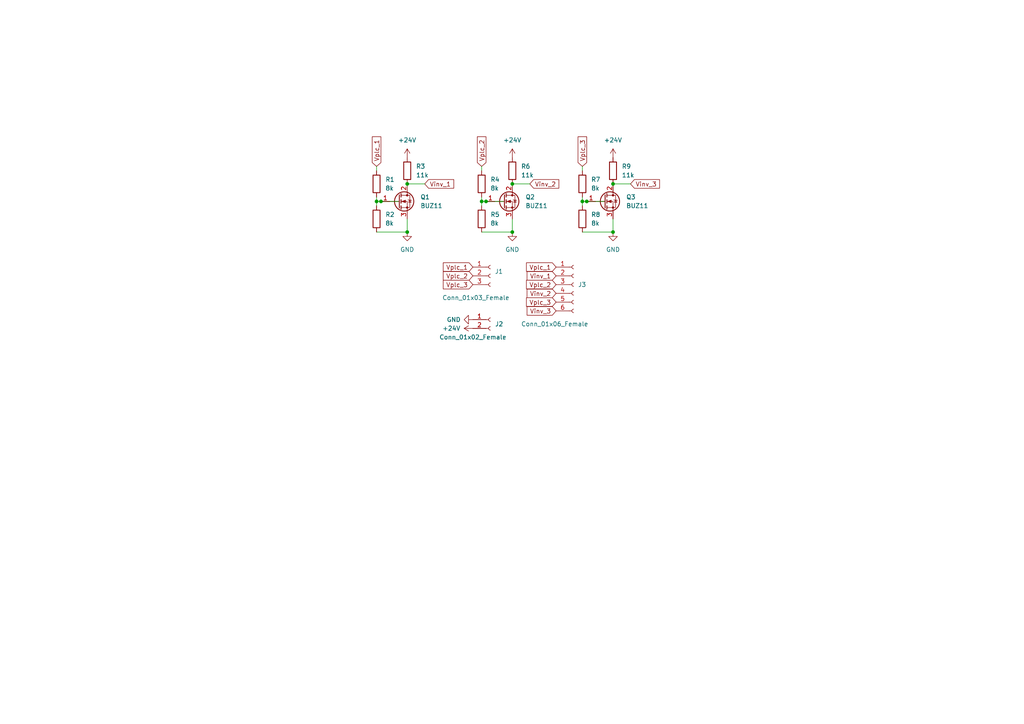
<source format=kicad_sch>
(kicad_sch (version 20211123) (generator eeschema)

  (uuid e63e39d7-6ac0-4ffd-8aa3-1841a4541b55)

  (paper "A4")

  (lib_symbols
    (symbol "Connector:Conn_01x02_Female" (pin_names (offset 1.016) hide) (in_bom yes) (on_board yes)
      (property "Reference" "J" (id 0) (at 0 2.54 0)
        (effects (font (size 1.27 1.27)))
      )
      (property "Value" "Conn_01x02_Female" (id 1) (at 0 -5.08 0)
        (effects (font (size 1.27 1.27)))
      )
      (property "Footprint" "" (id 2) (at 0 0 0)
        (effects (font (size 1.27 1.27)) hide)
      )
      (property "Datasheet" "~" (id 3) (at 0 0 0)
        (effects (font (size 1.27 1.27)) hide)
      )
      (property "ki_keywords" "connector" (id 4) (at 0 0 0)
        (effects (font (size 1.27 1.27)) hide)
      )
      (property "ki_description" "Generic connector, single row, 01x02, script generated (kicad-library-utils/schlib/autogen/connector/)" (id 5) (at 0 0 0)
        (effects (font (size 1.27 1.27)) hide)
      )
      (property "ki_fp_filters" "Connector*:*_1x??_*" (id 6) (at 0 0 0)
        (effects (font (size 1.27 1.27)) hide)
      )
      (symbol "Conn_01x02_Female_1_1"
        (arc (start 0 -2.032) (mid -0.508 -2.54) (end 0 -3.048)
          (stroke (width 0.1524) (type default) (color 0 0 0 0))
          (fill (type none))
        )
        (polyline
          (pts
            (xy -1.27 -2.54)
            (xy -0.508 -2.54)
          )
          (stroke (width 0.1524) (type default) (color 0 0 0 0))
          (fill (type none))
        )
        (polyline
          (pts
            (xy -1.27 0)
            (xy -0.508 0)
          )
          (stroke (width 0.1524) (type default) (color 0 0 0 0))
          (fill (type none))
        )
        (arc (start 0 0.508) (mid -0.508 0) (end 0 -0.508)
          (stroke (width 0.1524) (type default) (color 0 0 0 0))
          (fill (type none))
        )
        (pin passive line (at -5.08 0 0) (length 3.81)
          (name "Pin_1" (effects (font (size 1.27 1.27))))
          (number "1" (effects (font (size 1.27 1.27))))
        )
        (pin passive line (at -5.08 -2.54 0) (length 3.81)
          (name "Pin_2" (effects (font (size 1.27 1.27))))
          (number "2" (effects (font (size 1.27 1.27))))
        )
      )
    )
    (symbol "Connector:Conn_01x03_Female" (pin_names (offset 1.016) hide) (in_bom yes) (on_board yes)
      (property "Reference" "J" (id 0) (at 0 5.08 0)
        (effects (font (size 1.27 1.27)))
      )
      (property "Value" "Conn_01x03_Female" (id 1) (at 0 -5.08 0)
        (effects (font (size 1.27 1.27)))
      )
      (property "Footprint" "" (id 2) (at 0 0 0)
        (effects (font (size 1.27 1.27)) hide)
      )
      (property "Datasheet" "~" (id 3) (at 0 0 0)
        (effects (font (size 1.27 1.27)) hide)
      )
      (property "ki_keywords" "connector" (id 4) (at 0 0 0)
        (effects (font (size 1.27 1.27)) hide)
      )
      (property "ki_description" "Generic connector, single row, 01x03, script generated (kicad-library-utils/schlib/autogen/connector/)" (id 5) (at 0 0 0)
        (effects (font (size 1.27 1.27)) hide)
      )
      (property "ki_fp_filters" "Connector*:*_1x??_*" (id 6) (at 0 0 0)
        (effects (font (size 1.27 1.27)) hide)
      )
      (symbol "Conn_01x03_Female_1_1"
        (arc (start 0 -2.032) (mid -0.508 -2.54) (end 0 -3.048)
          (stroke (width 0.1524) (type default) (color 0 0 0 0))
          (fill (type none))
        )
        (polyline
          (pts
            (xy -1.27 -2.54)
            (xy -0.508 -2.54)
          )
          (stroke (width 0.1524) (type default) (color 0 0 0 0))
          (fill (type none))
        )
        (polyline
          (pts
            (xy -1.27 0)
            (xy -0.508 0)
          )
          (stroke (width 0.1524) (type default) (color 0 0 0 0))
          (fill (type none))
        )
        (polyline
          (pts
            (xy -1.27 2.54)
            (xy -0.508 2.54)
          )
          (stroke (width 0.1524) (type default) (color 0 0 0 0))
          (fill (type none))
        )
        (arc (start 0 0.508) (mid -0.508 0) (end 0 -0.508)
          (stroke (width 0.1524) (type default) (color 0 0 0 0))
          (fill (type none))
        )
        (arc (start 0 3.048) (mid -0.508 2.54) (end 0 2.032)
          (stroke (width 0.1524) (type default) (color 0 0 0 0))
          (fill (type none))
        )
        (pin passive line (at -5.08 2.54 0) (length 3.81)
          (name "Pin_1" (effects (font (size 1.27 1.27))))
          (number "1" (effects (font (size 1.27 1.27))))
        )
        (pin passive line (at -5.08 0 0) (length 3.81)
          (name "Pin_2" (effects (font (size 1.27 1.27))))
          (number "2" (effects (font (size 1.27 1.27))))
        )
        (pin passive line (at -5.08 -2.54 0) (length 3.81)
          (name "Pin_3" (effects (font (size 1.27 1.27))))
          (number "3" (effects (font (size 1.27 1.27))))
        )
      )
    )
    (symbol "Connector:Conn_01x06_Female" (pin_names (offset 1.016) hide) (in_bom yes) (on_board yes)
      (property "Reference" "J" (id 0) (at 0 7.62 0)
        (effects (font (size 1.27 1.27)))
      )
      (property "Value" "Conn_01x06_Female" (id 1) (at 0 -10.16 0)
        (effects (font (size 1.27 1.27)))
      )
      (property "Footprint" "" (id 2) (at 0 0 0)
        (effects (font (size 1.27 1.27)) hide)
      )
      (property "Datasheet" "~" (id 3) (at 0 0 0)
        (effects (font (size 1.27 1.27)) hide)
      )
      (property "ki_keywords" "connector" (id 4) (at 0 0 0)
        (effects (font (size 1.27 1.27)) hide)
      )
      (property "ki_description" "Generic connector, single row, 01x06, script generated (kicad-library-utils/schlib/autogen/connector/)" (id 5) (at 0 0 0)
        (effects (font (size 1.27 1.27)) hide)
      )
      (property "ki_fp_filters" "Connector*:*_1x??_*" (id 6) (at 0 0 0)
        (effects (font (size 1.27 1.27)) hide)
      )
      (symbol "Conn_01x06_Female_1_1"
        (arc (start 0 -7.112) (mid -0.508 -7.62) (end 0 -8.128)
          (stroke (width 0.1524) (type default) (color 0 0 0 0))
          (fill (type none))
        )
        (arc (start 0 -4.572) (mid -0.508 -5.08) (end 0 -5.588)
          (stroke (width 0.1524) (type default) (color 0 0 0 0))
          (fill (type none))
        )
        (arc (start 0 -2.032) (mid -0.508 -2.54) (end 0 -3.048)
          (stroke (width 0.1524) (type default) (color 0 0 0 0))
          (fill (type none))
        )
        (polyline
          (pts
            (xy -1.27 -7.62)
            (xy -0.508 -7.62)
          )
          (stroke (width 0.1524) (type default) (color 0 0 0 0))
          (fill (type none))
        )
        (polyline
          (pts
            (xy -1.27 -5.08)
            (xy -0.508 -5.08)
          )
          (stroke (width 0.1524) (type default) (color 0 0 0 0))
          (fill (type none))
        )
        (polyline
          (pts
            (xy -1.27 -2.54)
            (xy -0.508 -2.54)
          )
          (stroke (width 0.1524) (type default) (color 0 0 0 0))
          (fill (type none))
        )
        (polyline
          (pts
            (xy -1.27 0)
            (xy -0.508 0)
          )
          (stroke (width 0.1524) (type default) (color 0 0 0 0))
          (fill (type none))
        )
        (polyline
          (pts
            (xy -1.27 2.54)
            (xy -0.508 2.54)
          )
          (stroke (width 0.1524) (type default) (color 0 0 0 0))
          (fill (type none))
        )
        (polyline
          (pts
            (xy -1.27 5.08)
            (xy -0.508 5.08)
          )
          (stroke (width 0.1524) (type default) (color 0 0 0 0))
          (fill (type none))
        )
        (arc (start 0 0.508) (mid -0.508 0) (end 0 -0.508)
          (stroke (width 0.1524) (type default) (color 0 0 0 0))
          (fill (type none))
        )
        (arc (start 0 3.048) (mid -0.508 2.54) (end 0 2.032)
          (stroke (width 0.1524) (type default) (color 0 0 0 0))
          (fill (type none))
        )
        (arc (start 0 5.588) (mid -0.508 5.08) (end 0 4.572)
          (stroke (width 0.1524) (type default) (color 0 0 0 0))
          (fill (type none))
        )
        (pin passive line (at -5.08 5.08 0) (length 3.81)
          (name "Pin_1" (effects (font (size 1.27 1.27))))
          (number "1" (effects (font (size 1.27 1.27))))
        )
        (pin passive line (at -5.08 2.54 0) (length 3.81)
          (name "Pin_2" (effects (font (size 1.27 1.27))))
          (number "2" (effects (font (size 1.27 1.27))))
        )
        (pin passive line (at -5.08 0 0) (length 3.81)
          (name "Pin_3" (effects (font (size 1.27 1.27))))
          (number "3" (effects (font (size 1.27 1.27))))
        )
        (pin passive line (at -5.08 -2.54 0) (length 3.81)
          (name "Pin_4" (effects (font (size 1.27 1.27))))
          (number "4" (effects (font (size 1.27 1.27))))
        )
        (pin passive line (at -5.08 -5.08 0) (length 3.81)
          (name "Pin_5" (effects (font (size 1.27 1.27))))
          (number "5" (effects (font (size 1.27 1.27))))
        )
        (pin passive line (at -5.08 -7.62 0) (length 3.81)
          (name "Pin_6" (effects (font (size 1.27 1.27))))
          (number "6" (effects (font (size 1.27 1.27))))
        )
      )
    )
    (symbol "Device:R" (pin_numbers hide) (pin_names (offset 0)) (in_bom yes) (on_board yes)
      (property "Reference" "R" (id 0) (at 2.032 0 90)
        (effects (font (size 1.27 1.27)))
      )
      (property "Value" "R" (id 1) (at 0 0 90)
        (effects (font (size 1.27 1.27)))
      )
      (property "Footprint" "" (id 2) (at -1.778 0 90)
        (effects (font (size 1.27 1.27)) hide)
      )
      (property "Datasheet" "~" (id 3) (at 0 0 0)
        (effects (font (size 1.27 1.27)) hide)
      )
      (property "ki_keywords" "R res resistor" (id 4) (at 0 0 0)
        (effects (font (size 1.27 1.27)) hide)
      )
      (property "ki_description" "Resistor" (id 5) (at 0 0 0)
        (effects (font (size 1.27 1.27)) hide)
      )
      (property "ki_fp_filters" "R_*" (id 6) (at 0 0 0)
        (effects (font (size 1.27 1.27)) hide)
      )
      (symbol "R_0_1"
        (rectangle (start -1.016 -2.54) (end 1.016 2.54)
          (stroke (width 0.254) (type default) (color 0 0 0 0))
          (fill (type none))
        )
      )
      (symbol "R_1_1"
        (pin passive line (at 0 3.81 270) (length 1.27)
          (name "~" (effects (font (size 1.27 1.27))))
          (number "1" (effects (font (size 1.27 1.27))))
        )
        (pin passive line (at 0 -3.81 90) (length 1.27)
          (name "~" (effects (font (size 1.27 1.27))))
          (number "2" (effects (font (size 1.27 1.27))))
        )
      )
    )
    (symbol "Transistor_FET:BUZ11" (pin_names hide) (in_bom yes) (on_board yes)
      (property "Reference" "Q" (id 0) (at 6.35 1.905 0)
        (effects (font (size 1.27 1.27)) (justify left))
      )
      (property "Value" "BUZ11" (id 1) (at 6.35 0 0)
        (effects (font (size 1.27 1.27)) (justify left))
      )
      (property "Footprint" "Package_TO_SOT_THT:TO-220-3_Vertical" (id 2) (at 6.35 -1.905 0)
        (effects (font (size 1.27 1.27) italic) (justify left) hide)
      )
      (property "Datasheet" "https://media.digikey.com/pdf/Data%20Sheets/Fairchild%20PDFs/BUZ11.pdf" (id 3) (at 0 0 0)
        (effects (font (size 1.27 1.27)) (justify left) hide)
      )
      (property "ki_keywords" "N-Channel Power MOSFET" (id 4) (at 0 0 0)
        (effects (font (size 1.27 1.27)) hide)
      )
      (property "ki_description" "30A Id, 50V Vds, N-Channel Power MOSFET, TO-220" (id 5) (at 0 0 0)
        (effects (font (size 1.27 1.27)) hide)
      )
      (property "ki_fp_filters" "TO?220*" (id 6) (at 0 0 0)
        (effects (font (size 1.27 1.27)) hide)
      )
      (symbol "BUZ11_0_1"
        (polyline
          (pts
            (xy 0.254 0)
            (xy -2.54 0)
          )
          (stroke (width 0) (type default) (color 0 0 0 0))
          (fill (type none))
        )
        (polyline
          (pts
            (xy 0.254 1.905)
            (xy 0.254 -1.905)
          )
          (stroke (width 0.254) (type default) (color 0 0 0 0))
          (fill (type none))
        )
        (polyline
          (pts
            (xy 0.762 -1.27)
            (xy 0.762 -2.286)
          )
          (stroke (width 0.254) (type default) (color 0 0 0 0))
          (fill (type none))
        )
        (polyline
          (pts
            (xy 0.762 0.508)
            (xy 0.762 -0.508)
          )
          (stroke (width 0.254) (type default) (color 0 0 0 0))
          (fill (type none))
        )
        (polyline
          (pts
            (xy 0.762 2.286)
            (xy 0.762 1.27)
          )
          (stroke (width 0.254) (type default) (color 0 0 0 0))
          (fill (type none))
        )
        (polyline
          (pts
            (xy 2.54 2.54)
            (xy 2.54 1.778)
          )
          (stroke (width 0) (type default) (color 0 0 0 0))
          (fill (type none))
        )
        (polyline
          (pts
            (xy 2.54 -2.54)
            (xy 2.54 0)
            (xy 0.762 0)
          )
          (stroke (width 0) (type default) (color 0 0 0 0))
          (fill (type none))
        )
        (polyline
          (pts
            (xy 0.762 -1.778)
            (xy 3.302 -1.778)
            (xy 3.302 1.778)
            (xy 0.762 1.778)
          )
          (stroke (width 0) (type default) (color 0 0 0 0))
          (fill (type none))
        )
        (polyline
          (pts
            (xy 1.016 0)
            (xy 2.032 0.381)
            (xy 2.032 -0.381)
            (xy 1.016 0)
          )
          (stroke (width 0) (type default) (color 0 0 0 0))
          (fill (type outline))
        )
        (polyline
          (pts
            (xy 2.794 0.508)
            (xy 2.921 0.381)
            (xy 3.683 0.381)
            (xy 3.81 0.254)
          )
          (stroke (width 0) (type default) (color 0 0 0 0))
          (fill (type none))
        )
        (polyline
          (pts
            (xy 3.302 0.381)
            (xy 2.921 -0.254)
            (xy 3.683 -0.254)
            (xy 3.302 0.381)
          )
          (stroke (width 0) (type default) (color 0 0 0 0))
          (fill (type none))
        )
        (circle (center 1.651 0) (radius 2.794)
          (stroke (width 0.254) (type default) (color 0 0 0 0))
          (fill (type none))
        )
        (circle (center 2.54 -1.778) (radius 0.254)
          (stroke (width 0) (type default) (color 0 0 0 0))
          (fill (type outline))
        )
        (circle (center 2.54 1.778) (radius 0.254)
          (stroke (width 0) (type default) (color 0 0 0 0))
          (fill (type outline))
        )
      )
      (symbol "BUZ11_1_1"
        (pin input line (at -5.08 0 0) (length 2.54)
          (name "G" (effects (font (size 1.27 1.27))))
          (number "1" (effects (font (size 1.27 1.27))))
        )
        (pin passive line (at 2.54 5.08 270) (length 2.54)
          (name "D" (effects (font (size 1.27 1.27))))
          (number "2" (effects (font (size 1.27 1.27))))
        )
        (pin passive line (at 2.54 -5.08 90) (length 2.54)
          (name "S" (effects (font (size 1.27 1.27))))
          (number "3" (effects (font (size 1.27 1.27))))
        )
      )
    )
    (symbol "power:+24V" (power) (pin_names (offset 0)) (in_bom yes) (on_board yes)
      (property "Reference" "#PWR" (id 0) (at 0 -3.81 0)
        (effects (font (size 1.27 1.27)) hide)
      )
      (property "Value" "+24V" (id 1) (at 0 3.556 0)
        (effects (font (size 1.27 1.27)))
      )
      (property "Footprint" "" (id 2) (at 0 0 0)
        (effects (font (size 1.27 1.27)) hide)
      )
      (property "Datasheet" "" (id 3) (at 0 0 0)
        (effects (font (size 1.27 1.27)) hide)
      )
      (property "ki_keywords" "power-flag" (id 4) (at 0 0 0)
        (effects (font (size 1.27 1.27)) hide)
      )
      (property "ki_description" "Power symbol creates a global label with name \"+24V\"" (id 5) (at 0 0 0)
        (effects (font (size 1.27 1.27)) hide)
      )
      (symbol "+24V_0_1"
        (polyline
          (pts
            (xy -0.762 1.27)
            (xy 0 2.54)
          )
          (stroke (width 0) (type default) (color 0 0 0 0))
          (fill (type none))
        )
        (polyline
          (pts
            (xy 0 0)
            (xy 0 2.54)
          )
          (stroke (width 0) (type default) (color 0 0 0 0))
          (fill (type none))
        )
        (polyline
          (pts
            (xy 0 2.54)
            (xy 0.762 1.27)
          )
          (stroke (width 0) (type default) (color 0 0 0 0))
          (fill (type none))
        )
      )
      (symbol "+24V_1_1"
        (pin power_in line (at 0 0 90) (length 0) hide
          (name "+24V" (effects (font (size 1.27 1.27))))
          (number "1" (effects (font (size 1.27 1.27))))
        )
      )
    )
    (symbol "power:GND" (power) (pin_names (offset 0)) (in_bom yes) (on_board yes)
      (property "Reference" "#PWR" (id 0) (at 0 -6.35 0)
        (effects (font (size 1.27 1.27)) hide)
      )
      (property "Value" "GND" (id 1) (at 0 -3.81 0)
        (effects (font (size 1.27 1.27)))
      )
      (property "Footprint" "" (id 2) (at 0 0 0)
        (effects (font (size 1.27 1.27)) hide)
      )
      (property "Datasheet" "" (id 3) (at 0 0 0)
        (effects (font (size 1.27 1.27)) hide)
      )
      (property "ki_keywords" "power-flag" (id 4) (at 0 0 0)
        (effects (font (size 1.27 1.27)) hide)
      )
      (property "ki_description" "Power symbol creates a global label with name \"GND\" , ground" (id 5) (at 0 0 0)
        (effects (font (size 1.27 1.27)) hide)
      )
      (symbol "GND_0_1"
        (polyline
          (pts
            (xy 0 0)
            (xy 0 -1.27)
            (xy 1.27 -1.27)
            (xy 0 -2.54)
            (xy -1.27 -1.27)
            (xy 0 -1.27)
          )
          (stroke (width 0) (type default) (color 0 0 0 0))
          (fill (type none))
        )
      )
      (symbol "GND_1_1"
        (pin power_in line (at 0 0 270) (length 0) hide
          (name "GND" (effects (font (size 1.27 1.27))))
          (number "1" (effects (font (size 1.27 1.27))))
        )
      )
    )
  )


  (junction (at 118.11 53.34) (diameter 0) (color 0 0 0 0)
    (uuid 08cf7c92-09b8-44fa-86dd-d3537e344369)
  )
  (junction (at 170.18 58.42) (diameter 0) (color 0 0 0 0)
    (uuid 0bcf94b4-a160-428c-9be2-82b6c6fc109c)
  )
  (junction (at 177.8 53.34) (diameter 0) (color 0 0 0 0)
    (uuid 1fa84e18-b532-48e6-a427-235aa2bf6151)
  )
  (junction (at 148.59 67.31) (diameter 0) (color 0 0 0 0)
    (uuid 399286d7-6c3f-4c09-9556-56daaa311a60)
  )
  (junction (at 109.22 58.42) (diameter 0) (color 0 0 0 0)
    (uuid 3da9b456-5275-41a8-beb8-52236a45616c)
  )
  (junction (at 110.49 58.42) (diameter 0) (color 0 0 0 0)
    (uuid 4b10fb5e-e57c-48de-8995-e07357b61829)
  )
  (junction (at 168.91 58.42) (diameter 0) (color 0 0 0 0)
    (uuid 5df27714-c274-4c5c-ad13-ac9cde7db684)
  )
  (junction (at 118.11 67.31) (diameter 0) (color 0 0 0 0)
    (uuid 7eee74ec-f787-42cc-af07-e55ac87d8c75)
  )
  (junction (at 140.97 58.42) (diameter 0) (color 0 0 0 0)
    (uuid 8953da34-ea3f-4da5-b6dd-736f78b45a57)
  )
  (junction (at 148.59 53.34) (diameter 0) (color 0 0 0 0)
    (uuid 932ccbd7-ebeb-494e-b321-5a152a738c35)
  )
  (junction (at 139.7 58.42) (diameter 0) (color 0 0 0 0)
    (uuid 9f20c659-1d5e-4022-8c95-b01ad6a40a4f)
  )
  (junction (at 177.8 67.31) (diameter 0) (color 0 0 0 0)
    (uuid ad42b447-d81c-4ff0-b555-46f68968361e)
  )

  (wire (pts (xy 177.8 63.5) (xy 177.8 67.31))
    (stroke (width 0) (type default) (color 0 0 0 0))
    (uuid 034b09ff-db8b-47ab-8219-352599fdff5a)
  )
  (wire (pts (xy 148.59 63.5) (xy 148.59 67.31))
    (stroke (width 0) (type default) (color 0 0 0 0))
    (uuid 034b44a2-aea6-414b-a1cc-dfae77402bf2)
  )
  (wire (pts (xy 168.91 59.69) (xy 168.91 58.42))
    (stroke (width 0) (type default) (color 0 0 0 0))
    (uuid 158a9ab8-77d8-4c9a-b44f-32e2d0827808)
  )
  (wire (pts (xy 177.8 53.34) (xy 182.88 53.34))
    (stroke (width 0) (type default) (color 0 0 0 0))
    (uuid 1dc84998-48c0-4db4-bf96-d891d330b656)
  )
  (wire (pts (xy 148.59 53.34) (xy 153.67 53.34))
    (stroke (width 0) (type default) (color 0 0 0 0))
    (uuid 29232c11-78a5-4814-bd86-917c2c731a06)
  )
  (wire (pts (xy 118.11 63.5) (xy 118.11 67.31))
    (stroke (width 0) (type default) (color 0 0 0 0))
    (uuid 2cc2c226-f1f1-45fc-9c92-7cc5fe84b195)
  )
  (wire (pts (xy 168.91 58.42) (xy 170.18 58.42))
    (stroke (width 0) (type default) (color 0 0 0 0))
    (uuid 30f05a35-4bdd-4157-b5f9-45106f52d2de)
  )
  (wire (pts (xy 118.11 53.34) (xy 123.19 53.34))
    (stroke (width 0) (type default) (color 0 0 0 0))
    (uuid 451d01c7-5b46-4629-849b-332cea3b988b)
  )
  (wire (pts (xy 109.22 67.31) (xy 118.11 67.31))
    (stroke (width 0) (type default) (color 0 0 0 0))
    (uuid 59d32b0e-fd67-4f3f-92cb-02347a9ead15)
  )
  (wire (pts (xy 175.26 58.42) (xy 170.18 58.42))
    (stroke (width 0) (type default) (color 0 0 0 0))
    (uuid 6a367335-d06c-4471-a9f6-23cbebfc1581)
  )
  (wire (pts (xy 109.22 48.26) (xy 109.22 49.53))
    (stroke (width 0) (type default) (color 0 0 0 0))
    (uuid 6e575901-e379-4823-8e0c-1cacc59e0921)
  )
  (wire (pts (xy 168.91 57.15) (xy 168.91 58.42))
    (stroke (width 0) (type default) (color 0 0 0 0))
    (uuid 7a33fa96-b35a-45ef-b946-c9c4c9083ba6)
  )
  (wire (pts (xy 168.91 67.31) (xy 177.8 67.31))
    (stroke (width 0) (type default) (color 0 0 0 0))
    (uuid 964e0534-57f5-4648-b5db-7778cc68ac5c)
  )
  (wire (pts (xy 168.91 48.26) (xy 168.91 49.53))
    (stroke (width 0) (type default) (color 0 0 0 0))
    (uuid 96ff135c-3e55-4cc6-87b6-03d7b084190b)
  )
  (wire (pts (xy 115.57 58.42) (xy 110.49 58.42))
    (stroke (width 0) (type default) (color 0 0 0 0))
    (uuid a64932dd-9e91-4ab4-ad43-2a12da4663d9)
  )
  (wire (pts (xy 146.05 58.42) (xy 140.97 58.42))
    (stroke (width 0) (type default) (color 0 0 0 0))
    (uuid a671d3f1-87f6-4454-889d-e4de5e58c944)
  )
  (wire (pts (xy 139.7 59.69) (xy 139.7 58.42))
    (stroke (width 0) (type default) (color 0 0 0 0))
    (uuid bc05f071-bbf3-43e5-b1f5-9627021724bf)
  )
  (wire (pts (xy 139.7 57.15) (xy 139.7 58.42))
    (stroke (width 0) (type default) (color 0 0 0 0))
    (uuid c492acfb-dd9d-4ddd-bcde-f1d04d4b35c4)
  )
  (wire (pts (xy 109.22 59.69) (xy 109.22 58.42))
    (stroke (width 0) (type default) (color 0 0 0 0))
    (uuid c8b47de3-9967-493d-822c-76c205dfb9f4)
  )
  (wire (pts (xy 139.7 67.31) (xy 148.59 67.31))
    (stroke (width 0) (type default) (color 0 0 0 0))
    (uuid c97a322d-689d-4507-abbc-12dcda7d09d2)
  )
  (wire (pts (xy 109.22 58.42) (xy 110.49 58.42))
    (stroke (width 0) (type default) (color 0 0 0 0))
    (uuid cbbf09b8-e36f-4a08-a82f-0864088fce39)
  )
  (wire (pts (xy 109.22 57.15) (xy 109.22 58.42))
    (stroke (width 0) (type default) (color 0 0 0 0))
    (uuid e0c08c40-319b-4123-981c-cef11d1387d7)
  )
  (wire (pts (xy 139.7 58.42) (xy 140.97 58.42))
    (stroke (width 0) (type default) (color 0 0 0 0))
    (uuid e1cb7027-68df-49bf-a6fd-d001ade5ee6d)
  )
  (wire (pts (xy 139.7 48.26) (xy 139.7 49.53))
    (stroke (width 0) (type default) (color 0 0 0 0))
    (uuid eba685eb-9fcd-4fef-a35b-0574a7b647e4)
  )

  (global_label "Vplc_2" (shape input) (at 137.16 80.01 180) (fields_autoplaced)
    (effects (font (size 1.27 1.27)) (justify right))
    (uuid 155cb727-93d0-4254-aa86-88ad8482e7b8)
    (property "Intersheet References" "${INTERSHEET_REFS}" (id 0) (at 128.5783 79.9306 0)
      (effects (font (size 1.27 1.27)) (justify right) hide)
    )
  )
  (global_label "Vinv_3" (shape input) (at 161.29 90.17 180) (fields_autoplaced)
    (effects (font (size 1.27 1.27)) (justify right))
    (uuid 171ec69e-c2b9-40ca-bc05-38df622e1975)
    (property "Intersheet References" "${INTERSHEET_REFS}" (id 0) (at 152.8898 90.0906 0)
      (effects (font (size 1.27 1.27)) (justify right) hide)
    )
  )
  (global_label "Vplc_3" (shape input) (at 168.91 48.26 90) (fields_autoplaced)
    (effects (font (size 1.27 1.27)) (justify left))
    (uuid 25260da2-0208-4046-b444-74eb33d8164a)
    (property "Intersheet References" "${INTERSHEET_REFS}" (id 0) (at 168.8306 39.6783 90)
      (effects (font (size 1.27 1.27)) (justify left) hide)
    )
  )
  (global_label "Vinv_2" (shape input) (at 153.67 53.34 0) (fields_autoplaced)
    (effects (font (size 1.27 1.27)) (justify left))
    (uuid 2625b849-6e86-421c-a901-c5330d3cd8a1)
    (property "Intersheet References" "${INTERSHEET_REFS}" (id 0) (at 162.0702 53.2606 0)
      (effects (font (size 1.27 1.27)) (justify left) hide)
    )
  )
  (global_label "Vplc_1" (shape input) (at 161.29 77.47 180) (fields_autoplaced)
    (effects (font (size 1.27 1.27)) (justify right))
    (uuid 2dac64ad-2fcc-4d00-bc44-929281d87016)
    (property "Intersheet References" "${INTERSHEET_REFS}" (id 0) (at 152.7083 77.5494 0)
      (effects (font (size 1.27 1.27)) (justify right) hide)
    )
  )
  (global_label "Vplc_2" (shape input) (at 139.7 48.26 90) (fields_autoplaced)
    (effects (font (size 1.27 1.27)) (justify left))
    (uuid 3740edc0-389a-4ebe-9e1e-5dc939043806)
    (property "Intersheet References" "${INTERSHEET_REFS}" (id 0) (at 139.6206 39.6783 90)
      (effects (font (size 1.27 1.27)) (justify left) hide)
    )
  )
  (global_label "Vinv_1" (shape input) (at 161.29 80.01 180) (fields_autoplaced)
    (effects (font (size 1.27 1.27)) (justify right))
    (uuid 93765f02-ad01-4c64-ad0a-69e464443035)
    (property "Intersheet References" "${INTERSHEET_REFS}" (id 0) (at 152.8898 79.9306 0)
      (effects (font (size 1.27 1.27)) (justify right) hide)
    )
  )
  (global_label "Vinv_1" (shape input) (at 123.19 53.34 0) (fields_autoplaced)
    (effects (font (size 1.27 1.27)) (justify left))
    (uuid 9b280e3c-fa3c-4b01-bd70-e100fa1f385a)
    (property "Intersheet References" "${INTERSHEET_REFS}" (id 0) (at 131.5902 53.2606 0)
      (effects (font (size 1.27 1.27)) (justify left) hide)
    )
  )
  (global_label "Vplc_2" (shape input) (at 161.29 82.55 180) (fields_autoplaced)
    (effects (font (size 1.27 1.27)) (justify right))
    (uuid a3a4482a-3799-48e5-af46-1e1f083d78d9)
    (property "Intersheet References" "${INTERSHEET_REFS}" (id 0) (at 152.7083 82.4706 0)
      (effects (font (size 1.27 1.27)) (justify right) hide)
    )
  )
  (global_label "Vplc_3" (shape input) (at 161.29 87.63 180) (fields_autoplaced)
    (effects (font (size 1.27 1.27)) (justify right))
    (uuid a830edc9-12ef-414e-8fa8-aa4a955f5954)
    (property "Intersheet References" "${INTERSHEET_REFS}" (id 0) (at 152.7083 87.5506 0)
      (effects (font (size 1.27 1.27)) (justify right) hide)
    )
  )
  (global_label "Vplc_3" (shape input) (at 137.16 82.55 180) (fields_autoplaced)
    (effects (font (size 1.27 1.27)) (justify right))
    (uuid c4f0add3-4a2b-426c-82b5-e688c1cf0a8e)
    (property "Intersheet References" "${INTERSHEET_REFS}" (id 0) (at 128.5783 82.4706 0)
      (effects (font (size 1.27 1.27)) (justify right) hide)
    )
  )
  (global_label "Vinv_2" (shape input) (at 161.29 85.09 180) (fields_autoplaced)
    (effects (font (size 1.27 1.27)) (justify right))
    (uuid d022cdca-1ace-4cc6-b9ba-2f71a58f39bf)
    (property "Intersheet References" "${INTERSHEET_REFS}" (id 0) (at 152.8898 85.0106 0)
      (effects (font (size 1.27 1.27)) (justify right) hide)
    )
  )
  (global_label "Vplc_1" (shape input) (at 109.22 48.26 90) (fields_autoplaced)
    (effects (font (size 1.27 1.27)) (justify left))
    (uuid f5df2f96-0b2b-44c4-a278-36079decc514)
    (property "Intersheet References" "${INTERSHEET_REFS}" (id 0) (at 109.1406 39.6783 90)
      (effects (font (size 1.27 1.27)) (justify left) hide)
    )
  )
  (global_label "Vinv_3" (shape input) (at 182.88 53.34 0) (fields_autoplaced)
    (effects (font (size 1.27 1.27)) (justify left))
    (uuid f647d2c9-4479-4265-84dd-be02a34be22c)
    (property "Intersheet References" "${INTERSHEET_REFS}" (id 0) (at 191.2802 53.2606 0)
      (effects (font (size 1.27 1.27)) (justify left) hide)
    )
  )
  (global_label "Vplc_1" (shape input) (at 137.16 77.47 180) (fields_autoplaced)
    (effects (font (size 1.27 1.27)) (justify right))
    (uuid fee8360d-28a4-4a52-9f15-0ad57f9b4df6)
    (property "Intersheet References" "${INTERSHEET_REFS}" (id 0) (at 128.5783 77.5494 0)
      (effects (font (size 1.27 1.27)) (justify right) hide)
    )
  )

  (symbol (lib_id "Device:R") (at 168.91 53.34 0) (unit 1)
    (in_bom yes) (on_board yes) (fields_autoplaced)
    (uuid 1780a1bd-bb90-494d-8ab9-acad175ab9c0)
    (property "Reference" "R7" (id 0) (at 171.45 52.0699 0)
      (effects (font (size 1.27 1.27)) (justify left))
    )
    (property "Value" "" (id 1) (at 171.45 54.6099 0)
      (effects (font (size 1.27 1.27)) (justify left))
    )
    (property "Footprint" "" (id 2) (at 167.132 53.34 90)
      (effects (font (size 1.27 1.27)) hide)
    )
    (property "Datasheet" "~" (id 3) (at 168.91 53.34 0)
      (effects (font (size 1.27 1.27)) hide)
    )
    (pin "1" (uuid 3e6f7332-f8b6-4625-9d8c-0cbd89a569cb))
    (pin "2" (uuid f83cc3d0-3150-4213-8359-e3ae71bce1c4))
  )

  (symbol (lib_id "power:GND") (at 148.59 67.31 0) (unit 1)
    (in_bom yes) (on_board yes) (fields_autoplaced)
    (uuid 1b96ee37-5387-4e81-82c5-86c86afc11a8)
    (property "Reference" "#PWR0107" (id 0) (at 148.59 73.66 0)
      (effects (font (size 1.27 1.27)) hide)
    )
    (property "Value" "GND" (id 1) (at 148.59 72.39 0))
    (property "Footprint" "" (id 2) (at 148.59 67.31 0)
      (effects (font (size 1.27 1.27)) hide)
    )
    (property "Datasheet" "" (id 3) (at 148.59 67.31 0)
      (effects (font (size 1.27 1.27)) hide)
    )
    (pin "1" (uuid fc397c2a-b18f-4d73-a748-3c6ba86cc579))
  )

  (symbol (lib_id "Device:R") (at 118.11 49.53 0) (unit 1)
    (in_bom yes) (on_board yes) (fields_autoplaced)
    (uuid 2a76b045-cc30-429a-95bf-92d11ed82e44)
    (property "Reference" "R3" (id 0) (at 120.65 48.2599 0)
      (effects (font (size 1.27 1.27)) (justify left))
    )
    (property "Value" "" (id 1) (at 120.65 50.7999 0)
      (effects (font (size 1.27 1.27)) (justify left))
    )
    (property "Footprint" "" (id 2) (at 116.332 49.53 90)
      (effects (font (size 1.27 1.27)) hide)
    )
    (property "Datasheet" "~" (id 3) (at 118.11 49.53 0)
      (effects (font (size 1.27 1.27)) hide)
    )
    (pin "1" (uuid 44c313ee-186a-49e9-be2c-334824e9e35d))
    (pin "2" (uuid 136faea6-a67f-449d-a362-cf36177f0ba8))
  )

  (symbol (lib_id "Device:R") (at 109.22 53.34 0) (unit 1)
    (in_bom yes) (on_board yes) (fields_autoplaced)
    (uuid 32d0327e-6797-4043-9fe0-6a3ff9f172a7)
    (property "Reference" "R1" (id 0) (at 111.76 52.0699 0)
      (effects (font (size 1.27 1.27)) (justify left))
    )
    (property "Value" "" (id 1) (at 111.76 54.6099 0)
      (effects (font (size 1.27 1.27)) (justify left))
    )
    (property "Footprint" "" (id 2) (at 107.442 53.34 90)
      (effects (font (size 1.27 1.27)) hide)
    )
    (property "Datasheet" "~" (id 3) (at 109.22 53.34 0)
      (effects (font (size 1.27 1.27)) hide)
    )
    (pin "1" (uuid 1dd43941-a8fa-4620-a10a-96a68d5c3dc9))
    (pin "2" (uuid 4cfea622-e15b-484a-a2aa-621961cf6026))
  )

  (symbol (lib_id "power:+24V") (at 137.16 95.25 90) (unit 1)
    (in_bom yes) (on_board yes)
    (uuid 37982a9d-28ce-44b6-a2ff-8a126d941932)
    (property "Reference" "#PWR0109" (id 0) (at 140.97 95.25 0)
      (effects (font (size 1.27 1.27)) hide)
    )
    (property "Value" "+24V" (id 1) (at 128.27 95.25 90)
      (effects (font (size 1.27 1.27)) (justify right))
    )
    (property "Footprint" "" (id 2) (at 137.16 95.25 0)
      (effects (font (size 1.27 1.27)) hide)
    )
    (property "Datasheet" "" (id 3) (at 137.16 95.25 0)
      (effects (font (size 1.27 1.27)) hide)
    )
    (pin "1" (uuid 5c4c9d0e-b168-45a4-affc-c72ee07f588c))
  )

  (symbol (lib_id "Device:R") (at 168.91 63.5 0) (unit 1)
    (in_bom yes) (on_board yes) (fields_autoplaced)
    (uuid 5b272ff5-90ee-4ea7-9e86-49fe4f06e0dd)
    (property "Reference" "R8" (id 0) (at 171.45 62.2299 0)
      (effects (font (size 1.27 1.27)) (justify left))
    )
    (property "Value" "" (id 1) (at 171.45 64.7699 0)
      (effects (font (size 1.27 1.27)) (justify left))
    )
    (property "Footprint" "" (id 2) (at 167.132 63.5 90)
      (effects (font (size 1.27 1.27)) hide)
    )
    (property "Datasheet" "~" (id 3) (at 168.91 63.5 0)
      (effects (font (size 1.27 1.27)) hide)
    )
    (pin "1" (uuid f9bb47e7-35c7-4b80-891c-5f5be9ad6f10))
    (pin "2" (uuid 514aa1c6-0ad4-4a47-b2a4-ef0ee39de81c))
  )

  (symbol (lib_id "Connector:Conn_01x02_Female") (at 142.24 92.71 0) (unit 1)
    (in_bom yes) (on_board yes)
    (uuid 605afa4b-d302-447b-8b80-c42ead9da9f5)
    (property "Reference" "J2" (id 0) (at 144.78 93.98 0))
    (property "Value" "" (id 1) (at 137.16 97.79 0))
    (property "Footprint" "" (id 2) (at 142.24 92.71 0)
      (effects (font (size 1.27 1.27)) hide)
    )
    (property "Datasheet" "~" (id 3) (at 142.24 92.71 0)
      (effects (font (size 1.27 1.27)) hide)
    )
    (pin "1" (uuid 21e88b0e-17b3-4894-8bb7-9044ff0b4708))
    (pin "2" (uuid 09513ff2-502c-4391-a1db-88b4b3c13bc2))
  )

  (symbol (lib_id "Connector:Conn_01x03_Female") (at 142.24 80.01 0) (unit 1)
    (in_bom yes) (on_board yes)
    (uuid 642874fe-c89d-46ad-b08d-894c53b64b0e)
    (property "Reference" "J1" (id 0) (at 143.51 78.7399 0)
      (effects (font (size 1.27 1.27)) (justify left))
    )
    (property "Value" "" (id 1) (at 128.27 86.36 0)
      (effects (font (size 1.27 1.27)) (justify left))
    )
    (property "Footprint" "" (id 2) (at 142.24 80.01 0)
      (effects (font (size 1.27 1.27)) hide)
    )
    (property "Datasheet" "~" (id 3) (at 142.24 80.01 0)
      (effects (font (size 1.27 1.27)) hide)
    )
    (pin "1" (uuid f45571e1-3997-45fd-be3a-64996a93b165))
    (pin "2" (uuid af6ddc19-91dc-493d-ae78-32ed22640ab3))
    (pin "3" (uuid 2f610c49-b8c4-44fc-bf4f-c24dbd5229b8))
  )

  (symbol (lib_id "Transistor_FET:BUZ11") (at 146.05 58.42 0) (unit 1)
    (in_bom yes) (on_board yes) (fields_autoplaced)
    (uuid 68d8d4ab-ac5e-4123-b13b-0fcdf6090b8f)
    (property "Reference" "Q2" (id 0) (at 152.4 57.1499 0)
      (effects (font (size 1.27 1.27)) (justify left))
    )
    (property "Value" "" (id 1) (at 152.4 59.6899 0)
      (effects (font (size 1.27 1.27)) (justify left))
    )
    (property "Footprint" "" (id 2) (at 152.4 60.325 0)
      (effects (font (size 1.27 1.27) italic) (justify left) hide)
    )
    (property "Datasheet" "https://media.digikey.com/pdf/Data%20Sheets/Fairchild%20PDFs/BUZ11.pdf" (id 3) (at 146.05 58.42 0)
      (effects (font (size 1.27 1.27)) (justify left) hide)
    )
    (pin "1" (uuid e1f12862-5723-4967-8e96-fb146a3723b1))
    (pin "2" (uuid 66bd0ce9-f634-457c-9f18-b8706180106b))
    (pin "3" (uuid 438d1fdf-0c75-4eb5-b33b-31741068eaa6))
  )

  (symbol (lib_id "power:+24V") (at 177.8 45.72 0) (unit 1)
    (in_bom yes) (on_board yes) (fields_autoplaced)
    (uuid 6c2cdc2a-6423-4cc6-b007-d96756d690d7)
    (property "Reference" "#PWR0103" (id 0) (at 177.8 49.53 0)
      (effects (font (size 1.27 1.27)) hide)
    )
    (property "Value" "+24V" (id 1) (at 177.8 40.64 0))
    (property "Footprint" "" (id 2) (at 177.8 45.72 0)
      (effects (font (size 1.27 1.27)) hide)
    )
    (property "Datasheet" "" (id 3) (at 177.8 45.72 0)
      (effects (font (size 1.27 1.27)) hide)
    )
    (pin "1" (uuid 0e02695e-3c9c-4c35-b6f3-e46f272b008b))
  )

  (symbol (lib_id "Device:R") (at 139.7 53.34 0) (unit 1)
    (in_bom yes) (on_board yes) (fields_autoplaced)
    (uuid 6c2e398c-e2f6-4099-88e2-728859ed2cae)
    (property "Reference" "R4" (id 0) (at 142.24 52.0699 0)
      (effects (font (size 1.27 1.27)) (justify left))
    )
    (property "Value" "" (id 1) (at 142.24 54.6099 0)
      (effects (font (size 1.27 1.27)) (justify left))
    )
    (property "Footprint" "" (id 2) (at 137.922 53.34 90)
      (effects (font (size 1.27 1.27)) hide)
    )
    (property "Datasheet" "~" (id 3) (at 139.7 53.34 0)
      (effects (font (size 1.27 1.27)) hide)
    )
    (pin "1" (uuid e0ad095e-d69d-42ce-a88f-945069713885))
    (pin "2" (uuid 837cf65f-fb31-426f-a3fd-a8338f32ec22))
  )

  (symbol (lib_id "Transistor_FET:BUZ11") (at 175.26 58.42 0) (unit 1)
    (in_bom yes) (on_board yes) (fields_autoplaced)
    (uuid 6e644fc5-15eb-43f4-979a-7a67fc763028)
    (property "Reference" "Q3" (id 0) (at 181.61 57.1499 0)
      (effects (font (size 1.27 1.27)) (justify left))
    )
    (property "Value" "" (id 1) (at 181.61 59.6899 0)
      (effects (font (size 1.27 1.27)) (justify left))
    )
    (property "Footprint" "" (id 2) (at 181.61 60.325 0)
      (effects (font (size 1.27 1.27) italic) (justify left) hide)
    )
    (property "Datasheet" "https://media.digikey.com/pdf/Data%20Sheets/Fairchild%20PDFs/BUZ11.pdf" (id 3) (at 175.26 58.42 0)
      (effects (font (size 1.27 1.27)) (justify left) hide)
    )
    (pin "1" (uuid f3a2cc3e-8cda-4c95-b4a9-9d28e063fcb0))
    (pin "2" (uuid 56e0bb14-5732-4d47-9fcb-280663b81433))
    (pin "3" (uuid 5b919ca9-d4a7-4ce4-91d9-286417966aeb))
  )

  (symbol (lib_id "Device:R") (at 139.7 63.5 0) (unit 1)
    (in_bom yes) (on_board yes) (fields_autoplaced)
    (uuid 9123721d-5f46-48c0-b17d-dead7f54c703)
    (property "Reference" "R5" (id 0) (at 142.24 62.2299 0)
      (effects (font (size 1.27 1.27)) (justify left))
    )
    (property "Value" "" (id 1) (at 142.24 64.7699 0)
      (effects (font (size 1.27 1.27)) (justify left))
    )
    (property "Footprint" "" (id 2) (at 137.922 63.5 90)
      (effects (font (size 1.27 1.27)) hide)
    )
    (property "Datasheet" "~" (id 3) (at 139.7 63.5 0)
      (effects (font (size 1.27 1.27)) hide)
    )
    (pin "1" (uuid bec1594c-0499-40a3-95df-5fa0596b500c))
    (pin "2" (uuid 5227e926-0177-4417-ba41-e84ed214d9fb))
  )

  (symbol (lib_id "Device:R") (at 148.59 49.53 0) (unit 1)
    (in_bom yes) (on_board yes) (fields_autoplaced)
    (uuid 96c66038-faea-4102-a582-7a0a00881eb9)
    (property "Reference" "R6" (id 0) (at 151.13 48.2599 0)
      (effects (font (size 1.27 1.27)) (justify left))
    )
    (property "Value" "" (id 1) (at 151.13 50.7999 0)
      (effects (font (size 1.27 1.27)) (justify left))
    )
    (property "Footprint" "" (id 2) (at 146.812 49.53 90)
      (effects (font (size 1.27 1.27)) hide)
    )
    (property "Datasheet" "~" (id 3) (at 148.59 49.53 0)
      (effects (font (size 1.27 1.27)) hide)
    )
    (pin "1" (uuid 0b3ea835-be83-43cf-9894-5881b03e1e3d))
    (pin "2" (uuid 40c488ee-e968-4fe4-8e1e-21b4550b829a))
  )

  (symbol (lib_id "power:GND") (at 118.11 67.31 0) (unit 1)
    (in_bom yes) (on_board yes) (fields_autoplaced)
    (uuid 97617f98-940d-4d8c-a820-bc5b0d12af39)
    (property "Reference" "#PWR0104" (id 0) (at 118.11 73.66 0)
      (effects (font (size 1.27 1.27)) hide)
    )
    (property "Value" "GND" (id 1) (at 118.11 72.39 0))
    (property "Footprint" "" (id 2) (at 118.11 67.31 0)
      (effects (font (size 1.27 1.27)) hide)
    )
    (property "Datasheet" "" (id 3) (at 118.11 67.31 0)
      (effects (font (size 1.27 1.27)) hide)
    )
    (pin "1" (uuid e89a9afb-2701-4f59-856a-5c9fb526a138))
  )

  (symbol (lib_id "power:GND") (at 137.16 92.71 270) (unit 1)
    (in_bom yes) (on_board yes)
    (uuid a0cfc791-069f-4595-b253-e9584daddc04)
    (property "Reference" "#PWR0110" (id 0) (at 130.81 92.71 0)
      (effects (font (size 1.27 1.27)) hide)
    )
    (property "Value" "GND" (id 1) (at 129.54 92.71 90)
      (effects (font (size 1.27 1.27)) (justify left))
    )
    (property "Footprint" "" (id 2) (at 137.16 92.71 0)
      (effects (font (size 1.27 1.27)) hide)
    )
    (property "Datasheet" "" (id 3) (at 137.16 92.71 0)
      (effects (font (size 1.27 1.27)) hide)
    )
    (pin "1" (uuid e9f125d6-b890-403d-9020-6381fdbaac3b))
  )

  (symbol (lib_id "power:+24V") (at 148.59 45.72 0) (unit 1)
    (in_bom yes) (on_board yes) (fields_autoplaced)
    (uuid a1110bc2-fc6d-4750-abe0-e628688bb9b7)
    (property "Reference" "#PWR0106" (id 0) (at 148.59 49.53 0)
      (effects (font (size 1.27 1.27)) hide)
    )
    (property "Value" "+24V" (id 1) (at 148.59 40.64 0))
    (property "Footprint" "" (id 2) (at 148.59 45.72 0)
      (effects (font (size 1.27 1.27)) hide)
    )
    (property "Datasheet" "" (id 3) (at 148.59 45.72 0)
      (effects (font (size 1.27 1.27)) hide)
    )
    (pin "1" (uuid a0986669-b062-4a56-9b01-2fd820d38d30))
  )

  (symbol (lib_id "Transistor_FET:BUZ11") (at 115.57 58.42 0) (unit 1)
    (in_bom yes) (on_board yes) (fields_autoplaced)
    (uuid a9954503-95f3-4450-9100-fb8bf25630ac)
    (property "Reference" "Q1" (id 0) (at 121.92 57.1499 0)
      (effects (font (size 1.27 1.27)) (justify left))
    )
    (property "Value" "" (id 1) (at 121.92 59.6899 0)
      (effects (font (size 1.27 1.27)) (justify left))
    )
    (property "Footprint" "" (id 2) (at 121.92 60.325 0)
      (effects (font (size 1.27 1.27) italic) (justify left) hide)
    )
    (property "Datasheet" "https://media.digikey.com/pdf/Data%20Sheets/Fairchild%20PDFs/BUZ11.pdf" (id 3) (at 115.57 58.42 0)
      (effects (font (size 1.27 1.27)) (justify left) hide)
    )
    (pin "1" (uuid 28b810e6-86c9-4816-91ac-c7dd9aeeded4))
    (pin "2" (uuid 4b896d13-4f14-497d-8365-9269eb3a035e))
    (pin "3" (uuid 181378e8-7102-4a44-b001-45175260beb8))
  )

  (symbol (lib_id "power:+24V") (at 118.11 45.72 0) (unit 1)
    (in_bom yes) (on_board yes) (fields_autoplaced)
    (uuid b3ef4181-26bd-42ac-8711-a6914ca5f6b0)
    (property "Reference" "#PWR0105" (id 0) (at 118.11 49.53 0)
      (effects (font (size 1.27 1.27)) hide)
    )
    (property "Value" "+24V" (id 1) (at 118.11 40.64 0))
    (property "Footprint" "" (id 2) (at 118.11 45.72 0)
      (effects (font (size 1.27 1.27)) hide)
    )
    (property "Datasheet" "" (id 3) (at 118.11 45.72 0)
      (effects (font (size 1.27 1.27)) hide)
    )
    (pin "1" (uuid 78ffa9d9-f417-4f7c-b173-b65cd1db11b5))
  )

  (symbol (lib_id "Connector:Conn_01x06_Female") (at 166.37 82.55 0) (unit 1)
    (in_bom yes) (on_board yes)
    (uuid c91e9575-f433-4055-8bf6-569be8c9a305)
    (property "Reference" "J3" (id 0) (at 167.64 82.5499 0)
      (effects (font (size 1.27 1.27)) (justify left))
    )
    (property "Value" "" (id 1) (at 151.13 93.98 0)
      (effects (font (size 1.27 1.27)) (justify left))
    )
    (property "Footprint" "" (id 2) (at 166.37 82.55 0)
      (effects (font (size 1.27 1.27)) hide)
    )
    (property "Datasheet" "~" (id 3) (at 166.37 82.55 0)
      (effects (font (size 1.27 1.27)) hide)
    )
    (pin "1" (uuid 4dd8f326-fb04-426b-9d1a-f277e910844f))
    (pin "2" (uuid e5119d4c-3e7b-4dc5-baea-069359d74799))
    (pin "3" (uuid 758531f6-8ef3-4179-b55c-c0efc44023db))
    (pin "4" (uuid 2fb4e9bb-8d2b-438a-be5b-ebcd051e7fd3))
    (pin "5" (uuid 89c91a32-cef2-420b-a949-f07fb5642639))
    (pin "6" (uuid 4eb429c7-4fab-4fba-b290-f2bf48616d50))
  )

  (symbol (lib_id "Device:R") (at 109.22 63.5 0) (unit 1)
    (in_bom yes) (on_board yes) (fields_autoplaced)
    (uuid d1bdca79-185c-4eb5-a71b-162afe224d07)
    (property "Reference" "R2" (id 0) (at 111.76 62.2299 0)
      (effects (font (size 1.27 1.27)) (justify left))
    )
    (property "Value" "" (id 1) (at 111.76 64.7699 0)
      (effects (font (size 1.27 1.27)) (justify left))
    )
    (property "Footprint" "" (id 2) (at 107.442 63.5 90)
      (effects (font (size 1.27 1.27)) hide)
    )
    (property "Datasheet" "~" (id 3) (at 109.22 63.5 0)
      (effects (font (size 1.27 1.27)) hide)
    )
    (pin "1" (uuid c5beb5df-b5b4-414d-9a5c-f5f93c4ec4a4))
    (pin "2" (uuid fb4c611a-85fa-4b84-997a-8a6f1b8ec982))
  )

  (symbol (lib_id "power:GND") (at 177.8 67.31 0) (unit 1)
    (in_bom yes) (on_board yes) (fields_autoplaced)
    (uuid d208edff-c132-4ec2-b7b4-840cca7e27cc)
    (property "Reference" "#PWR0108" (id 0) (at 177.8 73.66 0)
      (effects (font (size 1.27 1.27)) hide)
    )
    (property "Value" "GND" (id 1) (at 177.8 72.39 0))
    (property "Footprint" "" (id 2) (at 177.8 67.31 0)
      (effects (font (size 1.27 1.27)) hide)
    )
    (property "Datasheet" "" (id 3) (at 177.8 67.31 0)
      (effects (font (size 1.27 1.27)) hide)
    )
    (pin "1" (uuid 42570dfd-cd89-40ce-925d-360e7a85b51e))
  )

  (symbol (lib_id "Device:R") (at 177.8 49.53 0) (unit 1)
    (in_bom yes) (on_board yes) (fields_autoplaced)
    (uuid d8a07835-c478-46f4-9fe3-8ce4639022dc)
    (property "Reference" "R9" (id 0) (at 180.34 48.2599 0)
      (effects (font (size 1.27 1.27)) (justify left))
    )
    (property "Value" "" (id 1) (at 180.34 50.7999 0)
      (effects (font (size 1.27 1.27)) (justify left))
    )
    (property "Footprint" "" (id 2) (at 176.022 49.53 90)
      (effects (font (size 1.27 1.27)) hide)
    )
    (property "Datasheet" "~" (id 3) (at 177.8 49.53 0)
      (effects (font (size 1.27 1.27)) hide)
    )
    (pin "1" (uuid 8fedbf36-00ba-411d-9e8e-055537132618))
    (pin "2" (uuid 531f501b-c8b8-4326-b6d5-f2651a66bab7))
  )

  (sheet_instances
    (path "/" (page "1"))
  )

  (symbol_instances
    (path "/6c2cdc2a-6423-4cc6-b007-d96756d690d7"
      (reference "#PWR0103") (unit 1) (value "+24V") (footprint "")
    )
    (path "/97617f98-940d-4d8c-a820-bc5b0d12af39"
      (reference "#PWR0104") (unit 1) (value "GND") (footprint "")
    )
    (path "/b3ef4181-26bd-42ac-8711-a6914ca5f6b0"
      (reference "#PWR0105") (unit 1) (value "+24V") (footprint "")
    )
    (path "/a1110bc2-fc6d-4750-abe0-e628688bb9b7"
      (reference "#PWR0106") (unit 1) (value "+24V") (footprint "")
    )
    (path "/1b96ee37-5387-4e81-82c5-86c86afc11a8"
      (reference "#PWR0107") (unit 1) (value "GND") (footprint "")
    )
    (path "/d208edff-c132-4ec2-b7b4-840cca7e27cc"
      (reference "#PWR0108") (unit 1) (value "GND") (footprint "")
    )
    (path "/37982a9d-28ce-44b6-a2ff-8a126d941932"
      (reference "#PWR0109") (unit 1) (value "+24V") (footprint "")
    )
    (path "/a0cfc791-069f-4595-b253-e9584daddc04"
      (reference "#PWR0110") (unit 1) (value "GND") (footprint "")
    )
    (path "/642874fe-c89d-46ad-b08d-894c53b64b0e"
      (reference "J1") (unit 1) (value "Conn_01x03_Female") (footprint "Connector_PinSocket_2.54mm:PinSocket_1x03_P2.54mm_Vertical")
    )
    (path "/605afa4b-d302-447b-8b80-c42ead9da9f5"
      (reference "J2") (unit 1) (value "Conn_01x02_Female") (footprint "Connector_PinSocket_2.54mm:PinSocket_1x02_P2.54mm_Vertical")
    )
    (path "/c91e9575-f433-4055-8bf6-569be8c9a305"
      (reference "J3") (unit 1) (value "Conn_01x06_Female") (footprint "Connector_PinSocket_2.54mm:PinSocket_1x06_P2.54mm_Vertical")
    )
    (path "/a9954503-95f3-4450-9100-fb8bf25630ac"
      (reference "Q1") (unit 1) (value "BUZ11") (footprint "Package_TO_SOT_THT:TO-220-3_Vertical")
    )
    (path "/68d8d4ab-ac5e-4123-b13b-0fcdf6090b8f"
      (reference "Q2") (unit 1) (value "BUZ11") (footprint "Package_TO_SOT_THT:TO-220-3_Vertical")
    )
    (path "/6e644fc5-15eb-43f4-979a-7a67fc763028"
      (reference "Q3") (unit 1) (value "BUZ11") (footprint "Package_TO_SOT_THT:TO-220-3_Vertical")
    )
    (path "/32d0327e-6797-4043-9fe0-6a3ff9f172a7"
      (reference "R1") (unit 1) (value "8k") (footprint "Resistor_THT:R_Axial_DIN0207_L6.3mm_D2.5mm_P10.16mm_Horizontal")
    )
    (path "/d1bdca79-185c-4eb5-a71b-162afe224d07"
      (reference "R2") (unit 1) (value "8k") (footprint "Resistor_THT:R_Axial_DIN0207_L6.3mm_D2.5mm_P10.16mm_Horizontal")
    )
    (path "/2a76b045-cc30-429a-95bf-92d11ed82e44"
      (reference "R3") (unit 1) (value "11k") (footprint "Resistor_THT:R_Axial_DIN0207_L6.3mm_D2.5mm_P10.16mm_Horizontal")
    )
    (path "/6c2e398c-e2f6-4099-88e2-728859ed2cae"
      (reference "R4") (unit 1) (value "8k") (footprint "Resistor_THT:R_Axial_DIN0207_L6.3mm_D2.5mm_P10.16mm_Horizontal")
    )
    (path "/9123721d-5f46-48c0-b17d-dead7f54c703"
      (reference "R5") (unit 1) (value "8k") (footprint "Resistor_THT:R_Axial_DIN0207_L6.3mm_D2.5mm_P10.16mm_Horizontal")
    )
    (path "/96c66038-faea-4102-a582-7a0a00881eb9"
      (reference "R6") (unit 1) (value "11k") (footprint "Resistor_THT:R_Axial_DIN0207_L6.3mm_D2.5mm_P10.16mm_Horizontal")
    )
    (path "/1780a1bd-bb90-494d-8ab9-acad175ab9c0"
      (reference "R7") (unit 1) (value "8k") (footprint "Resistor_THT:R_Axial_DIN0207_L6.3mm_D2.5mm_P10.16mm_Horizontal")
    )
    (path "/5b272ff5-90ee-4ea7-9e86-49fe4f06e0dd"
      (reference "R8") (unit 1) (value "8k") (footprint "Resistor_THT:R_Axial_DIN0207_L6.3mm_D2.5mm_P10.16mm_Horizontal")
    )
    (path "/d8a07835-c478-46f4-9fe3-8ce4639022dc"
      (reference "R9") (unit 1) (value "11k") (footprint "Resistor_THT:R_Axial_DIN0207_L6.3mm_D2.5mm_P10.16mm_Horizontal")
    )
  )
)

</source>
